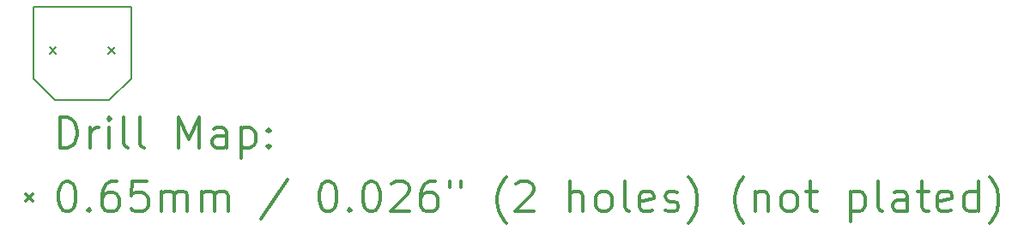
<source format=gbr>
%FSLAX45Y45*%
G04 Gerber Fmt 4.5, Leading zero omitted, Abs format (unit mm)*
G04 Created by KiCad (PCBNEW 4.0.7) date 02/03/18 20:49:27*
%MOMM*%
%LPD*%
G01*
G04 APERTURE LIST*
%ADD10C,0.127000*%
%ADD11C,0.150000*%
%ADD12C,0.200000*%
%ADD13C,0.300000*%
G04 APERTURE END LIST*
D10*
D11*
X4914900Y-4152900D02*
X3949700Y-4152900D01*
X4699000Y-5080000D02*
X4165600Y-5080000D01*
X4914900Y-4864100D02*
X4699000Y-5080000D01*
X4914900Y-4152900D02*
X4914900Y-4864100D01*
X3949700Y-4864100D02*
X4165600Y-5080000D01*
X3949700Y-4152900D02*
X3949700Y-4864100D01*
D12*
X4110800Y-4557900D02*
X4175800Y-4622900D01*
X4175800Y-4557900D02*
X4110800Y-4622900D01*
X4688800Y-4557900D02*
X4753800Y-4622900D01*
X4753800Y-4557900D02*
X4688800Y-4622900D01*
D13*
X4213629Y-5553214D02*
X4213629Y-5253214D01*
X4285057Y-5253214D01*
X4327914Y-5267500D01*
X4356486Y-5296072D01*
X4370771Y-5324643D01*
X4385057Y-5381786D01*
X4385057Y-5424643D01*
X4370771Y-5481786D01*
X4356486Y-5510357D01*
X4327914Y-5538929D01*
X4285057Y-5553214D01*
X4213629Y-5553214D01*
X4513629Y-5553214D02*
X4513629Y-5353214D01*
X4513629Y-5410357D02*
X4527914Y-5381786D01*
X4542200Y-5367500D01*
X4570771Y-5353214D01*
X4599343Y-5353214D01*
X4699343Y-5553214D02*
X4699343Y-5353214D01*
X4699343Y-5253214D02*
X4685057Y-5267500D01*
X4699343Y-5281786D01*
X4713629Y-5267500D01*
X4699343Y-5253214D01*
X4699343Y-5281786D01*
X4885057Y-5553214D02*
X4856486Y-5538929D01*
X4842200Y-5510357D01*
X4842200Y-5253214D01*
X5042200Y-5553214D02*
X5013629Y-5538929D01*
X4999343Y-5510357D01*
X4999343Y-5253214D01*
X5385057Y-5553214D02*
X5385057Y-5253214D01*
X5485057Y-5467500D01*
X5585057Y-5253214D01*
X5585057Y-5553214D01*
X5856486Y-5553214D02*
X5856486Y-5396072D01*
X5842200Y-5367500D01*
X5813628Y-5353214D01*
X5756486Y-5353214D01*
X5727914Y-5367500D01*
X5856486Y-5538929D02*
X5827914Y-5553214D01*
X5756486Y-5553214D01*
X5727914Y-5538929D01*
X5713628Y-5510357D01*
X5713628Y-5481786D01*
X5727914Y-5453214D01*
X5756486Y-5438929D01*
X5827914Y-5438929D01*
X5856486Y-5424643D01*
X5999343Y-5353214D02*
X5999343Y-5653214D01*
X5999343Y-5367500D02*
X6027914Y-5353214D01*
X6085057Y-5353214D01*
X6113628Y-5367500D01*
X6127914Y-5381786D01*
X6142200Y-5410357D01*
X6142200Y-5496072D01*
X6127914Y-5524643D01*
X6113628Y-5538929D01*
X6085057Y-5553214D01*
X6027914Y-5553214D01*
X5999343Y-5538929D01*
X6270771Y-5524643D02*
X6285057Y-5538929D01*
X6270771Y-5553214D01*
X6256486Y-5538929D01*
X6270771Y-5524643D01*
X6270771Y-5553214D01*
X6270771Y-5367500D02*
X6285057Y-5381786D01*
X6270771Y-5396072D01*
X6256486Y-5381786D01*
X6270771Y-5367500D01*
X6270771Y-5396072D01*
X3877200Y-6015000D02*
X3942200Y-6080000D01*
X3942200Y-6015000D02*
X3877200Y-6080000D01*
X4270771Y-5883214D02*
X4299343Y-5883214D01*
X4327914Y-5897500D01*
X4342200Y-5911786D01*
X4356486Y-5940357D01*
X4370771Y-5997500D01*
X4370771Y-6068929D01*
X4356486Y-6126071D01*
X4342200Y-6154643D01*
X4327914Y-6168929D01*
X4299343Y-6183214D01*
X4270771Y-6183214D01*
X4242200Y-6168929D01*
X4227914Y-6154643D01*
X4213629Y-6126071D01*
X4199343Y-6068929D01*
X4199343Y-5997500D01*
X4213629Y-5940357D01*
X4227914Y-5911786D01*
X4242200Y-5897500D01*
X4270771Y-5883214D01*
X4499343Y-6154643D02*
X4513629Y-6168929D01*
X4499343Y-6183214D01*
X4485057Y-6168929D01*
X4499343Y-6154643D01*
X4499343Y-6183214D01*
X4770771Y-5883214D02*
X4713628Y-5883214D01*
X4685057Y-5897500D01*
X4670771Y-5911786D01*
X4642200Y-5954643D01*
X4627914Y-6011786D01*
X4627914Y-6126071D01*
X4642200Y-6154643D01*
X4656486Y-6168929D01*
X4685057Y-6183214D01*
X4742200Y-6183214D01*
X4770771Y-6168929D01*
X4785057Y-6154643D01*
X4799343Y-6126071D01*
X4799343Y-6054643D01*
X4785057Y-6026071D01*
X4770771Y-6011786D01*
X4742200Y-5997500D01*
X4685057Y-5997500D01*
X4656486Y-6011786D01*
X4642200Y-6026071D01*
X4627914Y-6054643D01*
X5070771Y-5883214D02*
X4927914Y-5883214D01*
X4913629Y-6026071D01*
X4927914Y-6011786D01*
X4956486Y-5997500D01*
X5027914Y-5997500D01*
X5056486Y-6011786D01*
X5070771Y-6026071D01*
X5085057Y-6054643D01*
X5085057Y-6126071D01*
X5070771Y-6154643D01*
X5056486Y-6168929D01*
X5027914Y-6183214D01*
X4956486Y-6183214D01*
X4927914Y-6168929D01*
X4913629Y-6154643D01*
X5213629Y-6183214D02*
X5213629Y-5983214D01*
X5213629Y-6011786D02*
X5227914Y-5997500D01*
X5256486Y-5983214D01*
X5299343Y-5983214D01*
X5327914Y-5997500D01*
X5342200Y-6026071D01*
X5342200Y-6183214D01*
X5342200Y-6026071D02*
X5356486Y-5997500D01*
X5385057Y-5983214D01*
X5427914Y-5983214D01*
X5456486Y-5997500D01*
X5470771Y-6026071D01*
X5470771Y-6183214D01*
X5613628Y-6183214D02*
X5613628Y-5983214D01*
X5613628Y-6011786D02*
X5627914Y-5997500D01*
X5656486Y-5983214D01*
X5699343Y-5983214D01*
X5727914Y-5997500D01*
X5742200Y-6026071D01*
X5742200Y-6183214D01*
X5742200Y-6026071D02*
X5756486Y-5997500D01*
X5785057Y-5983214D01*
X5827914Y-5983214D01*
X5856486Y-5997500D01*
X5870771Y-6026071D01*
X5870771Y-6183214D01*
X6456486Y-5868929D02*
X6199343Y-6254643D01*
X6842200Y-5883214D02*
X6870771Y-5883214D01*
X6899343Y-5897500D01*
X6913628Y-5911786D01*
X6927914Y-5940357D01*
X6942200Y-5997500D01*
X6942200Y-6068929D01*
X6927914Y-6126071D01*
X6913628Y-6154643D01*
X6899343Y-6168929D01*
X6870771Y-6183214D01*
X6842200Y-6183214D01*
X6813628Y-6168929D01*
X6799343Y-6154643D01*
X6785057Y-6126071D01*
X6770771Y-6068929D01*
X6770771Y-5997500D01*
X6785057Y-5940357D01*
X6799343Y-5911786D01*
X6813628Y-5897500D01*
X6842200Y-5883214D01*
X7070771Y-6154643D02*
X7085057Y-6168929D01*
X7070771Y-6183214D01*
X7056486Y-6168929D01*
X7070771Y-6154643D01*
X7070771Y-6183214D01*
X7270771Y-5883214D02*
X7299343Y-5883214D01*
X7327914Y-5897500D01*
X7342200Y-5911786D01*
X7356485Y-5940357D01*
X7370771Y-5997500D01*
X7370771Y-6068929D01*
X7356485Y-6126071D01*
X7342200Y-6154643D01*
X7327914Y-6168929D01*
X7299343Y-6183214D01*
X7270771Y-6183214D01*
X7242200Y-6168929D01*
X7227914Y-6154643D01*
X7213628Y-6126071D01*
X7199343Y-6068929D01*
X7199343Y-5997500D01*
X7213628Y-5940357D01*
X7227914Y-5911786D01*
X7242200Y-5897500D01*
X7270771Y-5883214D01*
X7485057Y-5911786D02*
X7499343Y-5897500D01*
X7527914Y-5883214D01*
X7599343Y-5883214D01*
X7627914Y-5897500D01*
X7642200Y-5911786D01*
X7656485Y-5940357D01*
X7656485Y-5968929D01*
X7642200Y-6011786D01*
X7470771Y-6183214D01*
X7656485Y-6183214D01*
X7913628Y-5883214D02*
X7856485Y-5883214D01*
X7827914Y-5897500D01*
X7813628Y-5911786D01*
X7785057Y-5954643D01*
X7770771Y-6011786D01*
X7770771Y-6126071D01*
X7785057Y-6154643D01*
X7799343Y-6168929D01*
X7827914Y-6183214D01*
X7885057Y-6183214D01*
X7913628Y-6168929D01*
X7927914Y-6154643D01*
X7942200Y-6126071D01*
X7942200Y-6054643D01*
X7927914Y-6026071D01*
X7913628Y-6011786D01*
X7885057Y-5997500D01*
X7827914Y-5997500D01*
X7799343Y-6011786D01*
X7785057Y-6026071D01*
X7770771Y-6054643D01*
X8056486Y-5883214D02*
X8056486Y-5940357D01*
X8170771Y-5883214D02*
X8170771Y-5940357D01*
X8613628Y-6297500D02*
X8599343Y-6283214D01*
X8570771Y-6240357D01*
X8556486Y-6211786D01*
X8542200Y-6168929D01*
X8527914Y-6097500D01*
X8527914Y-6040357D01*
X8542200Y-5968929D01*
X8556486Y-5926071D01*
X8570771Y-5897500D01*
X8599343Y-5854643D01*
X8613628Y-5840357D01*
X8713628Y-5911786D02*
X8727914Y-5897500D01*
X8756486Y-5883214D01*
X8827914Y-5883214D01*
X8856486Y-5897500D01*
X8870771Y-5911786D01*
X8885057Y-5940357D01*
X8885057Y-5968929D01*
X8870771Y-6011786D01*
X8699343Y-6183214D01*
X8885057Y-6183214D01*
X9242200Y-6183214D02*
X9242200Y-5883214D01*
X9370771Y-6183214D02*
X9370771Y-6026071D01*
X9356486Y-5997500D01*
X9327914Y-5983214D01*
X9285057Y-5983214D01*
X9256486Y-5997500D01*
X9242200Y-6011786D01*
X9556486Y-6183214D02*
X9527914Y-6168929D01*
X9513628Y-6154643D01*
X9499343Y-6126071D01*
X9499343Y-6040357D01*
X9513628Y-6011786D01*
X9527914Y-5997500D01*
X9556486Y-5983214D01*
X9599343Y-5983214D01*
X9627914Y-5997500D01*
X9642200Y-6011786D01*
X9656486Y-6040357D01*
X9656486Y-6126071D01*
X9642200Y-6154643D01*
X9627914Y-6168929D01*
X9599343Y-6183214D01*
X9556486Y-6183214D01*
X9827914Y-6183214D02*
X9799343Y-6168929D01*
X9785057Y-6140357D01*
X9785057Y-5883214D01*
X10056486Y-6168929D02*
X10027914Y-6183214D01*
X9970771Y-6183214D01*
X9942200Y-6168929D01*
X9927914Y-6140357D01*
X9927914Y-6026071D01*
X9942200Y-5997500D01*
X9970771Y-5983214D01*
X10027914Y-5983214D01*
X10056486Y-5997500D01*
X10070771Y-6026071D01*
X10070771Y-6054643D01*
X9927914Y-6083214D01*
X10185057Y-6168929D02*
X10213629Y-6183214D01*
X10270771Y-6183214D01*
X10299343Y-6168929D01*
X10313629Y-6140357D01*
X10313629Y-6126071D01*
X10299343Y-6097500D01*
X10270771Y-6083214D01*
X10227914Y-6083214D01*
X10199343Y-6068929D01*
X10185057Y-6040357D01*
X10185057Y-6026071D01*
X10199343Y-5997500D01*
X10227914Y-5983214D01*
X10270771Y-5983214D01*
X10299343Y-5997500D01*
X10413628Y-6297500D02*
X10427914Y-6283214D01*
X10456486Y-6240357D01*
X10470771Y-6211786D01*
X10485057Y-6168929D01*
X10499343Y-6097500D01*
X10499343Y-6040357D01*
X10485057Y-5968929D01*
X10470771Y-5926071D01*
X10456486Y-5897500D01*
X10427914Y-5854643D01*
X10413628Y-5840357D01*
X10956486Y-6297500D02*
X10942200Y-6283214D01*
X10913628Y-6240357D01*
X10899343Y-6211786D01*
X10885057Y-6168929D01*
X10870771Y-6097500D01*
X10870771Y-6040357D01*
X10885057Y-5968929D01*
X10899343Y-5926071D01*
X10913628Y-5897500D01*
X10942200Y-5854643D01*
X10956486Y-5840357D01*
X11070771Y-5983214D02*
X11070771Y-6183214D01*
X11070771Y-6011786D02*
X11085057Y-5997500D01*
X11113628Y-5983214D01*
X11156486Y-5983214D01*
X11185057Y-5997500D01*
X11199343Y-6026071D01*
X11199343Y-6183214D01*
X11385057Y-6183214D02*
X11356486Y-6168929D01*
X11342200Y-6154643D01*
X11327914Y-6126071D01*
X11327914Y-6040357D01*
X11342200Y-6011786D01*
X11356486Y-5997500D01*
X11385057Y-5983214D01*
X11427914Y-5983214D01*
X11456486Y-5997500D01*
X11470771Y-6011786D01*
X11485057Y-6040357D01*
X11485057Y-6126071D01*
X11470771Y-6154643D01*
X11456486Y-6168929D01*
X11427914Y-6183214D01*
X11385057Y-6183214D01*
X11570771Y-5983214D02*
X11685057Y-5983214D01*
X11613628Y-5883214D02*
X11613628Y-6140357D01*
X11627914Y-6168929D01*
X11656486Y-6183214D01*
X11685057Y-6183214D01*
X12013628Y-5983214D02*
X12013628Y-6283214D01*
X12013628Y-5997500D02*
X12042200Y-5983214D01*
X12099343Y-5983214D01*
X12127914Y-5997500D01*
X12142200Y-6011786D01*
X12156486Y-6040357D01*
X12156486Y-6126071D01*
X12142200Y-6154643D01*
X12127914Y-6168929D01*
X12099343Y-6183214D01*
X12042200Y-6183214D01*
X12013628Y-6168929D01*
X12327914Y-6183214D02*
X12299343Y-6168929D01*
X12285057Y-6140357D01*
X12285057Y-5883214D01*
X12570771Y-6183214D02*
X12570771Y-6026071D01*
X12556486Y-5997500D01*
X12527914Y-5983214D01*
X12470771Y-5983214D01*
X12442200Y-5997500D01*
X12570771Y-6168929D02*
X12542200Y-6183214D01*
X12470771Y-6183214D01*
X12442200Y-6168929D01*
X12427914Y-6140357D01*
X12427914Y-6111786D01*
X12442200Y-6083214D01*
X12470771Y-6068929D01*
X12542200Y-6068929D01*
X12570771Y-6054643D01*
X12670771Y-5983214D02*
X12785057Y-5983214D01*
X12713629Y-5883214D02*
X12713629Y-6140357D01*
X12727914Y-6168929D01*
X12756486Y-6183214D01*
X12785057Y-6183214D01*
X12999343Y-6168929D02*
X12970771Y-6183214D01*
X12913629Y-6183214D01*
X12885057Y-6168929D01*
X12870771Y-6140357D01*
X12870771Y-6026071D01*
X12885057Y-5997500D01*
X12913629Y-5983214D01*
X12970771Y-5983214D01*
X12999343Y-5997500D01*
X13013629Y-6026071D01*
X13013629Y-6054643D01*
X12870771Y-6083214D01*
X13270771Y-6183214D02*
X13270771Y-5883214D01*
X13270771Y-6168929D02*
X13242200Y-6183214D01*
X13185057Y-6183214D01*
X13156486Y-6168929D01*
X13142200Y-6154643D01*
X13127914Y-6126071D01*
X13127914Y-6040357D01*
X13142200Y-6011786D01*
X13156486Y-5997500D01*
X13185057Y-5983214D01*
X13242200Y-5983214D01*
X13270771Y-5997500D01*
X13385057Y-6297500D02*
X13399343Y-6283214D01*
X13427914Y-6240357D01*
X13442200Y-6211786D01*
X13456486Y-6168929D01*
X13470771Y-6097500D01*
X13470771Y-6040357D01*
X13456486Y-5968929D01*
X13442200Y-5926071D01*
X13427914Y-5897500D01*
X13399343Y-5854643D01*
X13385057Y-5840357D01*
M02*

</source>
